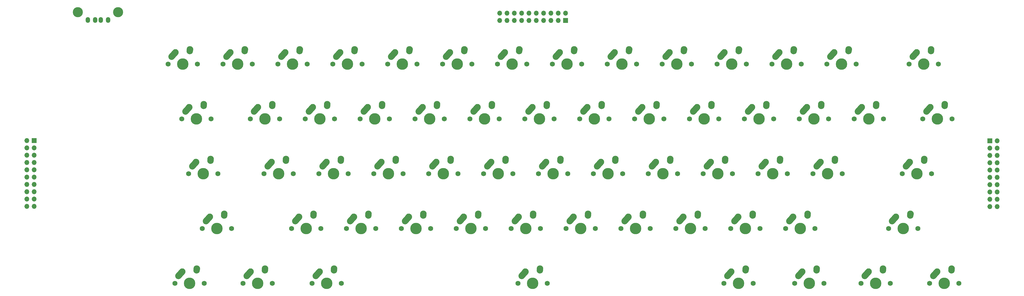
<source format=gbs>
G04 #@! TF.GenerationSoftware,KiCad,Pcbnew,(6.0.9)*
G04 #@! TF.CreationDate,2023-04-02T22:18:35-05:00*
G04 #@! TF.ProjectId,BasePCB,42617365-5043-4422-9e6b-696361645f70,rev?*
G04 #@! TF.SameCoordinates,Original*
G04 #@! TF.FileFunction,Soldermask,Bot*
G04 #@! TF.FilePolarity,Negative*
%FSLAX46Y46*%
G04 Gerber Fmt 4.6, Leading zero omitted, Abs format (unit mm)*
G04 Created by KiCad (PCBNEW (6.0.9)) date 2023-04-02 22:18:35*
%MOMM*%
%LPD*%
G01*
G04 APERTURE LIST*
G04 Aperture macros list*
%AMHorizOval*
0 Thick line with rounded ends*
0 $1 width*
0 $2 $3 position (X,Y) of the first rounded end (center of the circle)*
0 $4 $5 position (X,Y) of the second rounded end (center of the circle)*
0 Add line between two ends*
20,1,$1,$2,$3,$4,$5,0*
0 Add two circle primitives to create the rounded ends*
1,1,$1,$2,$3*
1,1,$1,$4,$5*%
G04 Aperture macros list end*
%ADD10C,1.750000*%
%ADD11C,3.987800*%
%ADD12HorizOval,2.250000X0.655001X0.730000X-0.655001X-0.730000X0*%
%ADD13C,2.250000*%
%ADD14HorizOval,2.250000X0.020000X0.290000X-0.020000X-0.290000X0*%
%ADD15R,1.700000X1.700000*%
%ADD16O,1.700000X1.700000*%
%ADD17O,1.500000X2.000000*%
%ADD18C,3.500000*%
G04 APERTURE END LIST*
D10*
X-70167500Y90487500D03*
D11*
X-65087500Y90487500D03*
D10*
X-60007500Y90487500D03*
D12*
X-68242499Y93757500D03*
D13*
X-67587500Y94487500D03*
X-62547500Y95567500D03*
D14*
X-62567500Y95277500D03*
D11*
X-41275000Y128587500D03*
D10*
X-36195000Y128587500D03*
X-46355000Y128587500D03*
D12*
X-44429999Y131857500D03*
D13*
X-43775000Y132587500D03*
D14*
X-38755000Y133377500D03*
D13*
X-38735000Y133667500D03*
D10*
X10795000Y128587500D03*
D11*
X15875000Y128587500D03*
D10*
X20955000Y128587500D03*
D12*
X12720001Y131857500D03*
D13*
X13375000Y132587500D03*
X18415000Y133667500D03*
D14*
X18395000Y133377500D03*
D10*
X59055000Y128587500D03*
D11*
X53975000Y128587500D03*
D10*
X48895000Y128587500D03*
D12*
X50820001Y131857500D03*
D13*
X51475000Y132587500D03*
X56515000Y133667500D03*
D14*
X56495000Y133377500D03*
D11*
X-36512500Y71437500D03*
D10*
X-31432500Y71437500D03*
X-41592500Y71437500D03*
D13*
X-39012500Y75437500D03*
D12*
X-39667499Y74707500D03*
D14*
X-33992500Y76227500D03*
D13*
X-33972500Y76517500D03*
D10*
X99536250Y52387500D03*
X89376250Y52387500D03*
D11*
X94456250Y52387500D03*
D12*
X91301251Y55657500D03*
D13*
X91956250Y56387500D03*
X96996250Y57467500D03*
D14*
X96976250Y57177500D03*
D10*
X-98742500Y109537500D03*
X-88582500Y109537500D03*
D11*
X-93662500Y109537500D03*
D12*
X-96817499Y112807500D03*
D13*
X-96162500Y113537500D03*
X-91122500Y114617500D03*
D14*
X-91142500Y114327500D03*
D11*
X165893750Y52387500D03*
D10*
X170973750Y52387500D03*
X160813750Y52387500D03*
D13*
X163393750Y56387500D03*
D12*
X162738751Y55657500D03*
D13*
X168433750Y57467500D03*
D14*
X168413750Y57177500D03*
D15*
X181675000Y101912500D03*
D16*
X184215000Y101912500D03*
X181675000Y99372500D03*
X184215000Y99372500D03*
X181675000Y96832500D03*
X184215000Y96832500D03*
X181675000Y94292500D03*
X184215000Y94292500D03*
X181675000Y91752500D03*
X184215000Y91752500D03*
X181675000Y89212500D03*
X184215000Y89212500D03*
X181675000Y86672500D03*
X184215000Y86672500D03*
X181675000Y84132500D03*
X184215000Y84132500D03*
X181675000Y81592500D03*
X184215000Y81592500D03*
X181675000Y79052500D03*
X184215000Y79052500D03*
D11*
X-55562500Y71437500D03*
D10*
X-50482500Y71437500D03*
X-60642500Y71437500D03*
D13*
X-58062500Y75437500D03*
D12*
X-58717499Y74707500D03*
D14*
X-53042500Y76227500D03*
D13*
X-53022500Y76517500D03*
D11*
X156368750Y90487500D03*
D10*
X151288750Y90487500D03*
X161448750Y90487500D03*
D12*
X153213751Y93757500D03*
D13*
X153868750Y94487500D03*
X158908750Y95567500D03*
D14*
X158888750Y95277500D03*
D10*
X144780000Y109537500D03*
X134620000Y109537500D03*
D11*
X139700000Y109537500D03*
D13*
X137200000Y113537500D03*
D12*
X136545001Y112807500D03*
D14*
X142220000Y114327500D03*
D13*
X142240000Y114617500D03*
D11*
X111125000Y128587500D03*
D10*
X106045000Y128587500D03*
X116205000Y128587500D03*
D12*
X107970001Y131857500D03*
D13*
X108625000Y132587500D03*
X113665000Y133667500D03*
D14*
X113645000Y133377500D03*
D10*
X-93345000Y128587500D03*
X-103505000Y128587500D03*
D11*
X-98425000Y128587500D03*
D13*
X-100925000Y132587500D03*
D12*
X-101579999Y131857500D03*
D14*
X-95905000Y133377500D03*
D13*
X-95885000Y133667500D03*
D11*
X44450000Y109537500D03*
D10*
X49530000Y109537500D03*
X39370000Y109537500D03*
D13*
X41950000Y113537500D03*
D12*
X41295001Y112807500D03*
D14*
X46970000Y114327500D03*
D13*
X46990000Y114617500D03*
D10*
X115570000Y109537500D03*
X125730000Y109537500D03*
D11*
X120650000Y109537500D03*
D13*
X118150000Y113537500D03*
D12*
X117495001Y112807500D03*
D14*
X123170000Y114327500D03*
D13*
X123190000Y114617500D03*
D10*
X-40957500Y90487500D03*
D11*
X-46037500Y90487500D03*
D10*
X-51117500Y90487500D03*
D13*
X-48537500Y94487500D03*
D12*
X-49192499Y93757500D03*
D14*
X-43517500Y95277500D03*
D13*
X-43497500Y95567500D03*
D11*
X87312500Y90487500D03*
D10*
X92392500Y90487500D03*
X82232500Y90487500D03*
D12*
X84157501Y93757500D03*
D13*
X84812500Y94487500D03*
X89852500Y95567500D03*
D14*
X89832500Y95277500D03*
D11*
X158750000Y128587500D03*
D10*
X153670000Y128587500D03*
X163830000Y128587500D03*
D13*
X156250000Y132587500D03*
D12*
X155595001Y131857500D03*
D14*
X161270000Y133377500D03*
D13*
X161290000Y133667500D03*
D10*
X137001250Y52387500D03*
X147161250Y52387500D03*
D11*
X142081250Y52387500D03*
D13*
X139581250Y56387500D03*
D12*
X138926251Y55657500D03*
D13*
X144621250Y57467500D03*
D14*
X144601250Y57177500D03*
D11*
X-26987500Y90487500D03*
D10*
X-32067500Y90487500D03*
X-21907500Y90487500D03*
D13*
X-29487500Y94487500D03*
D12*
X-30142499Y93757500D03*
D13*
X-24447500Y95567500D03*
D14*
X-24467500Y95277500D03*
D17*
X-124293750Y143908750D03*
X-126793750Y143908750D03*
X-128793750Y143908750D03*
X-131293750Y143908750D03*
D18*
X-134793750Y146618750D03*
X-120793750Y146618750D03*
D11*
X130175000Y128587500D03*
D10*
X135255000Y128587500D03*
X125095000Y128587500D03*
D13*
X127675000Y132587500D03*
D12*
X127020001Y131857500D03*
D13*
X132715000Y133667500D03*
D14*
X132695000Y133377500D03*
D11*
X106362500Y90487500D03*
D10*
X101282500Y90487500D03*
X111442500Y90487500D03*
D13*
X103862500Y94487500D03*
D12*
X103207501Y93757500D03*
D14*
X108882500Y95277500D03*
D13*
X108902500Y95567500D03*
D15*
X-149950000Y101937500D03*
D16*
X-152490000Y101937500D03*
X-149950000Y99397500D03*
X-152490000Y99397500D03*
X-149950000Y96857500D03*
X-152490000Y96857500D03*
X-149950000Y94317500D03*
X-152490000Y94317500D03*
X-149950000Y91777500D03*
X-152490000Y91777500D03*
X-149950000Y89237500D03*
X-152490000Y89237500D03*
X-149950000Y86697500D03*
X-152490000Y86697500D03*
X-149950000Y84157500D03*
X-152490000Y84157500D03*
X-149950000Y81617500D03*
X-152490000Y81617500D03*
X-149950000Y79077500D03*
X-152490000Y79077500D03*
D11*
X-48418750Y52387500D03*
D10*
X-53498750Y52387500D03*
X-43338750Y52387500D03*
D13*
X-50918750Y56387500D03*
D12*
X-51573749Y55657500D03*
D14*
X-45898750Y57177500D03*
D13*
X-45878750Y57467500D03*
D10*
X87630000Y109537500D03*
D11*
X82550000Y109537500D03*
D10*
X77470000Y109537500D03*
D12*
X79395001Y112807500D03*
D13*
X80050000Y113537500D03*
X85090000Y114617500D03*
D14*
X85070000Y114327500D03*
D10*
X53657500Y71437500D03*
D11*
X58737500Y71437500D03*
D10*
X63817500Y71437500D03*
D13*
X56237500Y75437500D03*
D12*
X55582501Y74707500D03*
D13*
X61277500Y76517500D03*
D14*
X61257500Y76227500D03*
D15*
X34448750Y143668750D03*
D16*
X34448750Y146208750D03*
X31908750Y143668750D03*
X31908750Y146208750D03*
X29368750Y143668750D03*
X29368750Y146208750D03*
X26828750Y143668750D03*
X26828750Y146208750D03*
X24288750Y143668750D03*
X24288750Y146208750D03*
X21748750Y143668750D03*
X21748750Y146208750D03*
X19208750Y143668750D03*
X19208750Y146208750D03*
X16668750Y143668750D03*
X16668750Y146208750D03*
X14128750Y143668750D03*
X14128750Y146208750D03*
X11588750Y143668750D03*
X11588750Y146208750D03*
D11*
X30162500Y90487500D03*
D10*
X25082500Y90487500D03*
X35242500Y90487500D03*
D13*
X27662500Y94487500D03*
D12*
X27007501Y93757500D03*
D13*
X32702500Y95567500D03*
D14*
X32682500Y95277500D03*
D10*
X-3492500Y71437500D03*
X6667500Y71437500D03*
D11*
X1587500Y71437500D03*
D12*
X-1567499Y74707500D03*
D13*
X-912500Y75437500D03*
D14*
X4107500Y76227500D03*
D13*
X4127500Y76517500D03*
D11*
X151606250Y71437500D03*
D10*
X156686250Y71437500D03*
X146526250Y71437500D03*
D12*
X148451251Y74707500D03*
D13*
X149106250Y75437500D03*
X154146250Y76517500D03*
D14*
X154126250Y76227500D03*
D10*
X40005000Y128587500D03*
D11*
X34925000Y128587500D03*
D10*
X29845000Y128587500D03*
D13*
X32425000Y132587500D03*
D12*
X31770001Y131857500D03*
D14*
X37445000Y133377500D03*
D13*
X37465000Y133667500D03*
D11*
X23018750Y52387500D03*
D10*
X17938750Y52387500D03*
X28098750Y52387500D03*
D13*
X20518750Y56387500D03*
D12*
X19863751Y55657500D03*
D14*
X25538750Y57177500D03*
D13*
X25558750Y57467500D03*
D10*
X97155000Y128587500D03*
X86995000Y128587500D03*
D11*
X92075000Y128587500D03*
D13*
X89575000Y132587500D03*
D12*
X88920001Y131857500D03*
D14*
X94595000Y133377500D03*
D13*
X94615000Y133667500D03*
D11*
X-91281250Y90487500D03*
D10*
X-86201250Y90487500D03*
X-96361250Y90487500D03*
D13*
X-93781250Y94487500D03*
D12*
X-94436249Y93757500D03*
D13*
X-88741250Y95567500D03*
D14*
X-88761250Y95277500D03*
D10*
X6032500Y90487500D03*
D11*
X11112500Y90487500D03*
D10*
X16192500Y90487500D03*
D12*
X7957501Y93757500D03*
D13*
X8612500Y94487500D03*
D14*
X13632500Y95277500D03*
D13*
X13652500Y95567500D03*
D10*
X11430000Y109537500D03*
D11*
X6350000Y109537500D03*
D10*
X1270000Y109537500D03*
D13*
X3850000Y113537500D03*
D12*
X3195001Y112807500D03*
D13*
X8890000Y114617500D03*
D14*
X8870000Y114327500D03*
D11*
X-17462500Y71437500D03*
D10*
X-22542500Y71437500D03*
X-12382500Y71437500D03*
D13*
X-19962500Y75437500D03*
D12*
X-20617499Y74707500D03*
D13*
X-14922500Y76517500D03*
D14*
X-14942500Y76227500D03*
D10*
X-101123750Y52387500D03*
X-90963750Y52387500D03*
D11*
X-96043750Y52387500D03*
D12*
X-99198749Y55657500D03*
D13*
X-98543750Y56387500D03*
X-93503750Y57467500D03*
D14*
X-93523750Y57177500D03*
D10*
X25717500Y71437500D03*
D11*
X20637500Y71437500D03*
D10*
X15557500Y71437500D03*
D13*
X18137500Y75437500D03*
D12*
X17482501Y74707500D03*
D14*
X23157500Y76227500D03*
D13*
X23177500Y76517500D03*
D10*
X-36830000Y109537500D03*
X-26670000Y109537500D03*
D11*
X-31750000Y109537500D03*
D12*
X-34904999Y112807500D03*
D13*
X-34250000Y113537500D03*
X-29210000Y114617500D03*
D14*
X-29230000Y114327500D03*
D10*
X-17780000Y109537500D03*
D11*
X-12700000Y109537500D03*
D10*
X-7620000Y109537500D03*
D13*
X-15200000Y113537500D03*
D12*
X-15854999Y112807500D03*
D14*
X-10180000Y114327500D03*
D13*
X-10160000Y114617500D03*
D10*
X-17145000Y128587500D03*
D11*
X-22225000Y128587500D03*
D10*
X-27305000Y128587500D03*
D12*
X-25379999Y131857500D03*
D13*
X-24725000Y132587500D03*
X-19685000Y133667500D03*
D14*
X-19705000Y133377500D03*
D10*
X44767500Y71437500D03*
X34607500Y71437500D03*
D11*
X39687500Y71437500D03*
D12*
X36532501Y74707500D03*
D13*
X37187500Y75437500D03*
D14*
X42207500Y76227500D03*
D13*
X42227500Y76517500D03*
D10*
X-65405000Y128587500D03*
X-55245000Y128587500D03*
D11*
X-60325000Y128587500D03*
D12*
X-63479999Y131857500D03*
D13*
X-62825000Y132587500D03*
X-57785000Y133667500D03*
D14*
X-57805000Y133377500D03*
D10*
X20320000Y109537500D03*
D11*
X25400000Y109537500D03*
D10*
X30480000Y109537500D03*
D12*
X22245001Y112807500D03*
D13*
X22900000Y113537500D03*
D14*
X27920000Y114327500D03*
D13*
X27940000Y114617500D03*
D10*
X101917500Y71437500D03*
D11*
X96837500Y71437500D03*
D10*
X91757500Y71437500D03*
D12*
X93682501Y74707500D03*
D13*
X94337500Y75437500D03*
D14*
X99357500Y76227500D03*
D13*
X99377500Y76517500D03*
D10*
X73342500Y90487500D03*
D11*
X68262500Y90487500D03*
D10*
X63182500Y90487500D03*
D12*
X65107501Y93757500D03*
D13*
X65762500Y94487500D03*
X70802500Y95567500D03*
D14*
X70782500Y95277500D03*
D11*
X-3175000Y128587500D03*
D10*
X1905000Y128587500D03*
X-8255000Y128587500D03*
D13*
X-5675000Y132587500D03*
D12*
X-6329999Y131857500D03*
D13*
X-635000Y133667500D03*
D14*
X-655000Y133377500D03*
D10*
X-77470000Y52387500D03*
X-67310000Y52387500D03*
D11*
X-72390000Y52387500D03*
D13*
X-74890000Y56387500D03*
D12*
X-75544999Y55657500D03*
D14*
X-69870000Y57177500D03*
D13*
X-69850000Y57467500D03*
D11*
X77787500Y71437500D03*
D10*
X82867500Y71437500D03*
X72707500Y71437500D03*
D12*
X74632501Y74707500D03*
D13*
X75287500Y75437500D03*
D14*
X80307500Y76227500D03*
D13*
X80327500Y76517500D03*
D10*
X78105000Y128587500D03*
D11*
X73025000Y128587500D03*
D10*
X67945000Y128587500D03*
D13*
X70525000Y132587500D03*
D12*
X69870001Y131857500D03*
D13*
X75565000Y133667500D03*
D14*
X75545000Y133377500D03*
D10*
X-81438750Y71437500D03*
X-91598750Y71437500D03*
D11*
X-86518750Y71437500D03*
D12*
X-89673749Y74707500D03*
D13*
X-89018750Y75437500D03*
D14*
X-83998750Y76227500D03*
D13*
X-83978750Y76517500D03*
D10*
X-64770000Y109537500D03*
D11*
X-69850000Y109537500D03*
D10*
X-74930000Y109537500D03*
D12*
X-73004999Y112807500D03*
D13*
X-72350000Y113537500D03*
X-67310000Y114617500D03*
D14*
X-67330000Y114327500D03*
D11*
X-7937500Y90487500D03*
D10*
X-2857500Y90487500D03*
X-13017500Y90487500D03*
D13*
X-10437500Y94487500D03*
D12*
X-11092499Y93757500D03*
D14*
X-5417500Y95277500D03*
D13*
X-5397500Y95567500D03*
D11*
X115887500Y71437500D03*
D10*
X120967500Y71437500D03*
X110807500Y71437500D03*
D12*
X112732501Y74707500D03*
D13*
X113387500Y75437500D03*
X118427500Y76517500D03*
D14*
X118407500Y76227500D03*
D10*
X-55880000Y109537500D03*
D11*
X-50800000Y109537500D03*
D10*
X-45720000Y109537500D03*
D12*
X-53954999Y112807500D03*
D13*
X-53300000Y113537500D03*
D14*
X-48280000Y114327500D03*
D13*
X-48260000Y114617500D03*
D10*
X106680000Y109537500D03*
X96520000Y109537500D03*
D11*
X101600000Y109537500D03*
D12*
X98445001Y112807500D03*
D13*
X99100000Y113537500D03*
D14*
X104120000Y114327500D03*
D13*
X104140000Y114617500D03*
D10*
X124142500Y52387500D03*
D11*
X119062500Y52387500D03*
D10*
X113982500Y52387500D03*
D12*
X115907501Y55657500D03*
D13*
X116562500Y56387500D03*
D14*
X121582500Y57177500D03*
D13*
X121602500Y57467500D03*
D10*
X54292500Y90487500D03*
X44132500Y90487500D03*
D11*
X49212500Y90487500D03*
D13*
X46712500Y94487500D03*
D12*
X46057501Y93757500D03*
D13*
X51752500Y95567500D03*
D14*
X51732500Y95277500D03*
D11*
X125412500Y90487500D03*
D10*
X130492500Y90487500D03*
X120332500Y90487500D03*
D12*
X122257501Y93757500D03*
D13*
X122912500Y94487500D03*
X127952500Y95567500D03*
D14*
X127932500Y95277500D03*
D11*
X-79375000Y128587500D03*
D10*
X-84455000Y128587500D03*
X-74295000Y128587500D03*
D12*
X-82529999Y131857500D03*
D13*
X-81875000Y132587500D03*
D14*
X-76855000Y133377500D03*
D13*
X-76835000Y133667500D03*
D10*
X58420000Y109537500D03*
D11*
X63500000Y109537500D03*
D10*
X68580000Y109537500D03*
D12*
X60345001Y112807500D03*
D13*
X61000000Y113537500D03*
X66040000Y114617500D03*
D14*
X66020000Y114327500D03*
D10*
X158432500Y109537500D03*
D11*
X163512500Y109537500D03*
D10*
X168592500Y109537500D03*
D12*
X160357501Y112807500D03*
D13*
X161012500Y113537500D03*
D14*
X166032500Y114327500D03*
D13*
X166052500Y114617500D03*
M02*

</source>
